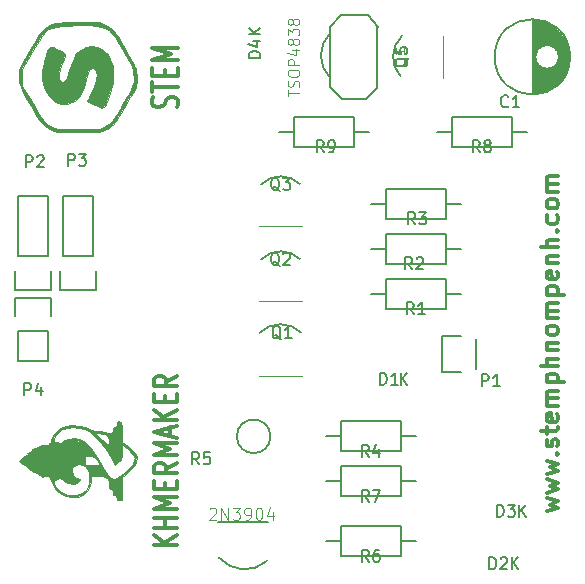
<source format=gto>
G04 #@! TF.FileFunction,Legend,Top*
%FSLAX46Y46*%
G04 Gerber Fmt 4.6, Leading zero omitted, Abs format (unit mm)*
G04 Created by KiCad (PCBNEW 4.0.4-stable) date 01/16/17 16:57:48*
%MOMM*%
%LPD*%
G01*
G04 APERTURE LIST*
%ADD10C,0.100000*%
%ADD11C,0.300000*%
%ADD12C,0.150000*%
%ADD13C,0.120000*%
%ADD14C,0.127000*%
%ADD15C,0.010000*%
%ADD16C,0.050000*%
G04 APERTURE END LIST*
D10*
D11*
X120904762Y-122142857D02*
X118904762Y-122142857D01*
X120904762Y-121285714D02*
X119761905Y-121928571D01*
X118904762Y-121285714D02*
X120047619Y-122142857D01*
X120904762Y-120642857D02*
X118904762Y-120642857D01*
X119857143Y-120642857D02*
X119857143Y-119785714D01*
X120904762Y-119785714D02*
X118904762Y-119785714D01*
X120904762Y-119071428D02*
X118904762Y-119071428D01*
X120333333Y-118571428D01*
X118904762Y-118071428D01*
X120904762Y-118071428D01*
X119857143Y-117357142D02*
X119857143Y-116857142D01*
X120904762Y-116642856D02*
X120904762Y-117357142D01*
X118904762Y-117357142D01*
X118904762Y-116642856D01*
X120904762Y-115142856D02*
X119952381Y-115642856D01*
X120904762Y-115999999D02*
X118904762Y-115999999D01*
X118904762Y-115428571D01*
X119000000Y-115285713D01*
X119095238Y-115214285D01*
X119285714Y-115142856D01*
X119571429Y-115142856D01*
X119761905Y-115214285D01*
X119857143Y-115285713D01*
X119952381Y-115428571D01*
X119952381Y-115999999D01*
X120904762Y-114499999D02*
X118904762Y-114499999D01*
X120333333Y-113999999D01*
X118904762Y-113499999D01*
X120904762Y-113499999D01*
X120333333Y-112857142D02*
X120333333Y-112142856D01*
X120904762Y-112999999D02*
X118904762Y-112499999D01*
X120904762Y-111999999D01*
X120904762Y-111499999D02*
X118904762Y-111499999D01*
X120904762Y-110642856D02*
X119761905Y-111285713D01*
X118904762Y-110642856D02*
X120047619Y-111499999D01*
X119857143Y-109999999D02*
X119857143Y-109499999D01*
X120904762Y-109285713D02*
X120904762Y-109999999D01*
X118904762Y-109999999D01*
X118904762Y-109285713D01*
X120904762Y-107785713D02*
X119952381Y-108285713D01*
X120904762Y-108642856D02*
X118904762Y-108642856D01*
X118904762Y-108071428D01*
X119000000Y-107928570D01*
X119095238Y-107857142D01*
X119285714Y-107785713D01*
X119571429Y-107785713D01*
X119761905Y-107857142D01*
X119857143Y-107928570D01*
X119952381Y-108071428D01*
X119952381Y-108642856D01*
X120910714Y-85035714D02*
X121017857Y-84821428D01*
X121017857Y-84464285D01*
X120910714Y-84321428D01*
X120803571Y-84249999D01*
X120589286Y-84178571D01*
X120375000Y-84178571D01*
X120160714Y-84249999D01*
X120053571Y-84321428D01*
X119946429Y-84464285D01*
X119839286Y-84749999D01*
X119732143Y-84892857D01*
X119625000Y-84964285D01*
X119410714Y-85035714D01*
X119196429Y-85035714D01*
X118982143Y-84964285D01*
X118875000Y-84892857D01*
X118767857Y-84749999D01*
X118767857Y-84392857D01*
X118875000Y-84178571D01*
X118767857Y-83750000D02*
X118767857Y-82892857D01*
X121017857Y-83321428D02*
X118767857Y-83321428D01*
X119839286Y-82392857D02*
X119839286Y-81892857D01*
X121017857Y-81678571D02*
X121017857Y-82392857D01*
X118767857Y-82392857D01*
X118767857Y-81678571D01*
X121017857Y-81035714D02*
X118767857Y-81035714D01*
X120375000Y-80535714D01*
X118767857Y-80035714D01*
X121017857Y-80035714D01*
X152178571Y-119250001D02*
X153178571Y-118964287D01*
X152464286Y-118678573D01*
X153178571Y-118392858D01*
X152178571Y-118107144D01*
X152178571Y-117678572D02*
X153178571Y-117392858D01*
X152464286Y-117107144D01*
X153178571Y-116821429D01*
X152178571Y-116535715D01*
X152178571Y-116107143D02*
X153178571Y-115821429D01*
X152464286Y-115535715D01*
X153178571Y-115250000D01*
X152178571Y-114964286D01*
X153035714Y-114392857D02*
X153107143Y-114321429D01*
X153178571Y-114392857D01*
X153107143Y-114464286D01*
X153035714Y-114392857D01*
X153178571Y-114392857D01*
X153107143Y-113750000D02*
X153178571Y-113607143D01*
X153178571Y-113321428D01*
X153107143Y-113178571D01*
X152964286Y-113107143D01*
X152892857Y-113107143D01*
X152750000Y-113178571D01*
X152678571Y-113321428D01*
X152678571Y-113535714D01*
X152607143Y-113678571D01*
X152464286Y-113750000D01*
X152392857Y-113750000D01*
X152250000Y-113678571D01*
X152178571Y-113535714D01*
X152178571Y-113321428D01*
X152250000Y-113178571D01*
X152178571Y-112678571D02*
X152178571Y-112107142D01*
X151678571Y-112464285D02*
X152964286Y-112464285D01*
X153107143Y-112392857D01*
X153178571Y-112249999D01*
X153178571Y-112107142D01*
X153107143Y-111035714D02*
X153178571Y-111178571D01*
X153178571Y-111464285D01*
X153107143Y-111607142D01*
X152964286Y-111678571D01*
X152392857Y-111678571D01*
X152250000Y-111607142D01*
X152178571Y-111464285D01*
X152178571Y-111178571D01*
X152250000Y-111035714D01*
X152392857Y-110964285D01*
X152535714Y-110964285D01*
X152678571Y-111678571D01*
X153178571Y-110321428D02*
X152178571Y-110321428D01*
X152321429Y-110321428D02*
X152250000Y-110250000D01*
X152178571Y-110107142D01*
X152178571Y-109892857D01*
X152250000Y-109750000D01*
X152392857Y-109678571D01*
X153178571Y-109678571D01*
X152392857Y-109678571D02*
X152250000Y-109607142D01*
X152178571Y-109464285D01*
X152178571Y-109250000D01*
X152250000Y-109107142D01*
X152392857Y-109035714D01*
X153178571Y-109035714D01*
X152178571Y-108321428D02*
X153678571Y-108321428D01*
X152250000Y-108321428D02*
X152178571Y-108178571D01*
X152178571Y-107892857D01*
X152250000Y-107750000D01*
X152321429Y-107678571D01*
X152464286Y-107607142D01*
X152892857Y-107607142D01*
X153035714Y-107678571D01*
X153107143Y-107750000D01*
X153178571Y-107892857D01*
X153178571Y-108178571D01*
X153107143Y-108321428D01*
X153178571Y-106964285D02*
X151678571Y-106964285D01*
X153178571Y-106321428D02*
X152392857Y-106321428D01*
X152250000Y-106392857D01*
X152178571Y-106535714D01*
X152178571Y-106749999D01*
X152250000Y-106892857D01*
X152321429Y-106964285D01*
X152178571Y-105607142D02*
X153178571Y-105607142D01*
X152321429Y-105607142D02*
X152250000Y-105535714D01*
X152178571Y-105392856D01*
X152178571Y-105178571D01*
X152250000Y-105035714D01*
X152392857Y-104964285D01*
X153178571Y-104964285D01*
X153178571Y-104035713D02*
X153107143Y-104178571D01*
X153035714Y-104249999D01*
X152892857Y-104321428D01*
X152464286Y-104321428D01*
X152321429Y-104249999D01*
X152250000Y-104178571D01*
X152178571Y-104035713D01*
X152178571Y-103821428D01*
X152250000Y-103678571D01*
X152321429Y-103607142D01*
X152464286Y-103535713D01*
X152892857Y-103535713D01*
X153035714Y-103607142D01*
X153107143Y-103678571D01*
X153178571Y-103821428D01*
X153178571Y-104035713D01*
X153178571Y-102892856D02*
X152178571Y-102892856D01*
X152321429Y-102892856D02*
X152250000Y-102821428D01*
X152178571Y-102678570D01*
X152178571Y-102464285D01*
X152250000Y-102321428D01*
X152392857Y-102249999D01*
X153178571Y-102249999D01*
X152392857Y-102249999D02*
X152250000Y-102178570D01*
X152178571Y-102035713D01*
X152178571Y-101821428D01*
X152250000Y-101678570D01*
X152392857Y-101607142D01*
X153178571Y-101607142D01*
X152178571Y-100892856D02*
X153678571Y-100892856D01*
X152250000Y-100892856D02*
X152178571Y-100749999D01*
X152178571Y-100464285D01*
X152250000Y-100321428D01*
X152321429Y-100249999D01*
X152464286Y-100178570D01*
X152892857Y-100178570D01*
X153035714Y-100249999D01*
X153107143Y-100321428D01*
X153178571Y-100464285D01*
X153178571Y-100749999D01*
X153107143Y-100892856D01*
X153107143Y-98964285D02*
X153178571Y-99107142D01*
X153178571Y-99392856D01*
X153107143Y-99535713D01*
X152964286Y-99607142D01*
X152392857Y-99607142D01*
X152250000Y-99535713D01*
X152178571Y-99392856D01*
X152178571Y-99107142D01*
X152250000Y-98964285D01*
X152392857Y-98892856D01*
X152535714Y-98892856D01*
X152678571Y-99607142D01*
X152178571Y-98249999D02*
X153178571Y-98249999D01*
X152321429Y-98249999D02*
X152250000Y-98178571D01*
X152178571Y-98035713D01*
X152178571Y-97821428D01*
X152250000Y-97678571D01*
X152392857Y-97607142D01*
X153178571Y-97607142D01*
X153178571Y-96892856D02*
X151678571Y-96892856D01*
X153178571Y-96249999D02*
X152392857Y-96249999D01*
X152250000Y-96321428D01*
X152178571Y-96464285D01*
X152178571Y-96678570D01*
X152250000Y-96821428D01*
X152321429Y-96892856D01*
X153035714Y-95535713D02*
X153107143Y-95464285D01*
X153178571Y-95535713D01*
X153107143Y-95607142D01*
X153035714Y-95535713D01*
X153178571Y-95535713D01*
X153107143Y-94178570D02*
X153178571Y-94321427D01*
X153178571Y-94607141D01*
X153107143Y-94749999D01*
X153035714Y-94821427D01*
X152892857Y-94892856D01*
X152464286Y-94892856D01*
X152321429Y-94821427D01*
X152250000Y-94749999D01*
X152178571Y-94607141D01*
X152178571Y-94321427D01*
X152250000Y-94178570D01*
X153178571Y-93321427D02*
X153107143Y-93464285D01*
X153035714Y-93535713D01*
X152892857Y-93607142D01*
X152464286Y-93607142D01*
X152321429Y-93535713D01*
X152250000Y-93464285D01*
X152178571Y-93321427D01*
X152178571Y-93107142D01*
X152250000Y-92964285D01*
X152321429Y-92892856D01*
X152464286Y-92821427D01*
X152892857Y-92821427D01*
X153035714Y-92892856D01*
X153107143Y-92964285D01*
X153178571Y-93107142D01*
X153178571Y-93321427D01*
X153178571Y-92178570D02*
X152178571Y-92178570D01*
X152321429Y-92178570D02*
X152250000Y-92107142D01*
X152178571Y-91964284D01*
X152178571Y-91749999D01*
X152250000Y-91607142D01*
X152392857Y-91535713D01*
X153178571Y-91535713D01*
X152392857Y-91535713D02*
X152250000Y-91464284D01*
X152178571Y-91321427D01*
X152178571Y-91107142D01*
X152250000Y-90964284D01*
X152392857Y-90892856D01*
X153178571Y-90892856D01*
D12*
X139954000Y-78994000D02*
G75*
G03X139827000Y-82423000I1651000J-1778000D01*
G01*
D13*
X143455000Y-82572000D02*
X143455000Y-78972000D01*
D12*
X133858000Y-78232000D02*
X134747000Y-77216000D01*
X134747000Y-77216000D02*
X137033000Y-77216000D01*
X137033000Y-77216000D02*
X137922000Y-78232000D01*
X137922000Y-83312000D02*
X136906000Y-84328000D01*
X136906000Y-84328000D02*
X134874000Y-84328000D01*
X134874000Y-84328000D02*
X133858000Y-83312000D01*
X133858000Y-78740000D02*
G75*
G03X133858000Y-82550000I1905000J-1905000D01*
G01*
D14*
X137863400Y-78270800D02*
X137863400Y-83270800D01*
X133863400Y-83270800D02*
X133863400Y-82770800D01*
X133863400Y-82770800D02*
X133863400Y-78770800D01*
X133863400Y-78770800D02*
X133863400Y-78270800D01*
D12*
X131318000Y-91567000D02*
G75*
G03X128016000Y-91567000I-1651000J-1651000D01*
G01*
D13*
X127867000Y-95068000D02*
X131467000Y-95068000D01*
D12*
X131318000Y-97917000D02*
G75*
G03X128016000Y-97917000I-1651000J-1651000D01*
G01*
D13*
X127867000Y-101418000D02*
X131467000Y-101418000D01*
D12*
X131445000Y-104140000D02*
G75*
G03X127889000Y-104140000I-1778000J-1778000D01*
G01*
D13*
X127867000Y-107768000D02*
X131467000Y-107768000D01*
D12*
X124460000Y-123190000D02*
G75*
G03X128524000Y-123444000I2159000J1905000D01*
G01*
D14*
X128587000Y-120142000D02*
X124397000Y-120142000D01*
D12*
X128800903Y-112903000D02*
G75*
G03X128800903Y-112903000I-1419903J0D01*
G01*
X151058000Y-77623000D02*
X151058000Y-83921000D01*
X151198000Y-77629000D02*
X151198000Y-83915000D01*
X151338000Y-77642000D02*
X151338000Y-80326000D01*
X151338000Y-81218000D02*
X151338000Y-83902000D01*
X151478000Y-77661000D02*
X151478000Y-80116000D01*
X151478000Y-81428000D02*
X151478000Y-83883000D01*
X151618000Y-77687000D02*
X151618000Y-79983000D01*
X151618000Y-81561000D02*
X151618000Y-83857000D01*
X151758000Y-77719000D02*
X151758000Y-79892000D01*
X151758000Y-81652000D02*
X151758000Y-83825000D01*
X151898000Y-77758000D02*
X151898000Y-79830000D01*
X151898000Y-81714000D02*
X151898000Y-83786000D01*
X152038000Y-77804000D02*
X152038000Y-79791000D01*
X152038000Y-81753000D02*
X152038000Y-83740000D01*
X152178000Y-77857000D02*
X152178000Y-79774000D01*
X152178000Y-81770000D02*
X152178000Y-83687000D01*
X152318000Y-77919000D02*
X152318000Y-79776000D01*
X152318000Y-81768000D02*
X152318000Y-83625000D01*
X152458000Y-77989000D02*
X152458000Y-79798000D01*
X152458000Y-81746000D02*
X152458000Y-83555000D01*
X152598000Y-78068000D02*
X152598000Y-79841000D01*
X152598000Y-81703000D02*
X152598000Y-83476000D01*
X152738000Y-78156000D02*
X152738000Y-79909000D01*
X152738000Y-81635000D02*
X152738000Y-83388000D01*
X152878000Y-78256000D02*
X152878000Y-80008000D01*
X152878000Y-81536000D02*
X152878000Y-83288000D01*
X153018000Y-78368000D02*
X153018000Y-80153000D01*
X153018000Y-81391000D02*
X153018000Y-83176000D01*
X153158000Y-78493000D02*
X153158000Y-80392000D01*
X153158000Y-81152000D02*
X153158000Y-83051000D01*
X153298000Y-78636000D02*
X153298000Y-82908000D01*
X153438000Y-78798000D02*
X153438000Y-82746000D01*
X153578000Y-78986000D02*
X153578000Y-82558000D01*
X153718000Y-79209000D02*
X153718000Y-82335000D01*
X153858000Y-79485000D02*
X153858000Y-82059000D01*
X153998000Y-79860000D02*
X153998000Y-81684000D01*
X153233000Y-80772000D02*
G75*
G03X153233000Y-80772000I-1000000J0D01*
G01*
X154170500Y-80772000D02*
G75*
G03X154170500Y-80772000I-3187500J0D01*
G01*
X146177000Y-107188000D02*
X146177000Y-104648000D01*
X143357000Y-104368000D02*
X144907000Y-104368000D01*
X143357000Y-104368000D02*
X143357000Y-107468000D01*
X143357000Y-107468000D02*
X144907000Y-107468000D01*
X107162000Y-98933000D02*
X107162000Y-100483000D01*
X107162000Y-100483000D02*
X110262000Y-100483000D01*
X110262000Y-100483000D02*
X110262000Y-98933000D01*
X107442000Y-97663000D02*
X107442000Y-92583000D01*
X107442000Y-92583000D02*
X109982000Y-92583000D01*
X109982000Y-92583000D02*
X109982000Y-97663000D01*
X109982000Y-97663000D02*
X107442000Y-97663000D01*
X110972000Y-98933000D02*
X110972000Y-100483000D01*
X110972000Y-100483000D02*
X114072000Y-100483000D01*
X114072000Y-100483000D02*
X114072000Y-98933000D01*
X111252000Y-97663000D02*
X111252000Y-92583000D01*
X111252000Y-92583000D02*
X113792000Y-92583000D01*
X113792000Y-92583000D02*
X113792000Y-97663000D01*
X113792000Y-97663000D02*
X111252000Y-97663000D01*
X107162000Y-101193000D02*
X107162000Y-102743000D01*
X107442000Y-106553000D02*
X107442000Y-104013000D01*
X107442000Y-104013000D02*
X109982000Y-104013000D01*
X110262000Y-102743000D02*
X110262000Y-101193000D01*
X110262000Y-101193000D02*
X107162000Y-101193000D01*
X109982000Y-104013000D02*
X109982000Y-106553000D01*
X109982000Y-106553000D02*
X107442000Y-106553000D01*
X143637000Y-102108000D02*
X138557000Y-102108000D01*
X138557000Y-102108000D02*
X138557000Y-99568000D01*
X138557000Y-99568000D02*
X143637000Y-99568000D01*
X143637000Y-99568000D02*
X143637000Y-102108000D01*
X143637000Y-100838000D02*
X144907000Y-100838000D01*
X138557000Y-100838000D02*
X137287000Y-100838000D01*
X143637000Y-98298000D02*
X138557000Y-98298000D01*
X138557000Y-98298000D02*
X138557000Y-95758000D01*
X138557000Y-95758000D02*
X143637000Y-95758000D01*
X143637000Y-95758000D02*
X143637000Y-98298000D01*
X143637000Y-97028000D02*
X144907000Y-97028000D01*
X138557000Y-97028000D02*
X137287000Y-97028000D01*
X138557000Y-91948000D02*
X143637000Y-91948000D01*
X143637000Y-91948000D02*
X143637000Y-94488000D01*
X143637000Y-94488000D02*
X138557000Y-94488000D01*
X138557000Y-94488000D02*
X138557000Y-91948000D01*
X138557000Y-93218000D02*
X137287000Y-93218000D01*
X143637000Y-93218000D02*
X144907000Y-93218000D01*
X139827000Y-114173000D02*
X134747000Y-114173000D01*
X134747000Y-114173000D02*
X134747000Y-111633000D01*
X134747000Y-111633000D02*
X139827000Y-111633000D01*
X139827000Y-111633000D02*
X139827000Y-114173000D01*
X139827000Y-112903000D02*
X141097000Y-112903000D01*
X134747000Y-112903000D02*
X133477000Y-112903000D01*
X139827000Y-123063000D02*
X134747000Y-123063000D01*
X134747000Y-123063000D02*
X134747000Y-120523000D01*
X134747000Y-120523000D02*
X139827000Y-120523000D01*
X139827000Y-120523000D02*
X139827000Y-123063000D01*
X139827000Y-121793000D02*
X141097000Y-121793000D01*
X134747000Y-121793000D02*
X133477000Y-121793000D01*
X139827000Y-117983000D02*
X134747000Y-117983000D01*
X134747000Y-117983000D02*
X134747000Y-115443000D01*
X134747000Y-115443000D02*
X139827000Y-115443000D01*
X139827000Y-115443000D02*
X139827000Y-117983000D01*
X139827000Y-116713000D02*
X141097000Y-116713000D01*
X134747000Y-116713000D02*
X133477000Y-116713000D01*
X149225000Y-88392000D02*
X144145000Y-88392000D01*
X144145000Y-88392000D02*
X144145000Y-85852000D01*
X144145000Y-85852000D02*
X149225000Y-85852000D01*
X149225000Y-85852000D02*
X149225000Y-88392000D01*
X149225000Y-87122000D02*
X150495000Y-87122000D01*
X144145000Y-87122000D02*
X142875000Y-87122000D01*
X130810000Y-85852000D02*
X135890000Y-85852000D01*
X135890000Y-85852000D02*
X135890000Y-88392000D01*
X135890000Y-88392000D02*
X130810000Y-88392000D01*
X130810000Y-88392000D02*
X130810000Y-85852000D01*
X130810000Y-87122000D02*
X129540000Y-87122000D01*
X135890000Y-87122000D02*
X137160000Y-87122000D01*
D15*
G36*
X107514133Y-82174439D02*
X107553644Y-81934312D01*
X107639863Y-81685354D01*
X107789457Y-81370844D01*
X107872386Y-81210905D01*
X108204026Y-80596782D01*
X108535278Y-80015879D01*
X108852406Y-79489956D01*
X109141670Y-79040773D01*
X109389335Y-78690093D01*
X109581664Y-78459676D01*
X109645939Y-78401448D01*
X109883152Y-78228516D01*
X110102209Y-78095663D01*
X110330142Y-77997621D01*
X110593979Y-77929123D01*
X110920750Y-77884902D01*
X111337486Y-77859688D01*
X111871215Y-77848217D01*
X112500000Y-77845259D01*
X114320333Y-77843467D01*
X114828333Y-78086766D01*
X115133541Y-78254168D01*
X115407157Y-78440271D01*
X115558623Y-78573533D01*
X115680959Y-78736316D01*
X115865381Y-79017169D01*
X116093800Y-79385009D01*
X116348127Y-79808756D01*
X116610275Y-80257327D01*
X116862154Y-80699641D01*
X117085678Y-81104617D01*
X117262758Y-81441173D01*
X117375304Y-81678227D01*
X117395251Y-81729467D01*
X117459018Y-82036335D01*
X117484815Y-82431285D01*
X117472832Y-82840276D01*
X117423257Y-83189267D01*
X117391236Y-83300239D01*
X117300155Y-83501791D01*
X117138900Y-83810802D01*
X116925594Y-84196592D01*
X116678358Y-84628482D01*
X116415314Y-85075791D01*
X116154583Y-85507839D01*
X115914286Y-85893946D01*
X115712546Y-86203433D01*
X115567484Y-86405619D01*
X115533647Y-86445156D01*
X115303649Y-86644367D01*
X115011364Y-86842063D01*
X114887835Y-86910822D01*
X114750262Y-86977226D01*
X114614672Y-87027839D01*
X114455680Y-87065207D01*
X114247898Y-87091876D01*
X113965939Y-87110390D01*
X113584416Y-87123297D01*
X113077944Y-87133142D01*
X112602170Y-87140029D01*
X112522990Y-87141024D01*
X112522990Y-86902667D01*
X113122616Y-86901966D01*
X113579295Y-86898192D01*
X113919409Y-86888838D01*
X114169343Y-86871398D01*
X114355481Y-86843364D01*
X114504208Y-86802230D01*
X114641907Y-86745488D01*
X114755004Y-86690589D01*
X114963746Y-86580743D01*
X115138075Y-86467494D01*
X115296275Y-86328373D01*
X115456634Y-86140914D01*
X115637437Y-85882650D01*
X115856969Y-85531112D01*
X116133518Y-85063833D01*
X116270676Y-84828333D01*
X116582223Y-84291307D01*
X116818997Y-83875757D01*
X116990901Y-83556517D01*
X117107833Y-83308418D01*
X117179694Y-83106292D01*
X117216383Y-82924973D01*
X117227801Y-82739292D01*
X117223847Y-82524082D01*
X117219855Y-82415333D01*
X117209870Y-82194487D01*
X117190743Y-82010479D01*
X117151141Y-81835693D01*
X117079734Y-81642512D01*
X116965189Y-81403322D01*
X116796175Y-81090505D01*
X116561360Y-80676446D01*
X116368689Y-80341000D01*
X116000967Y-79708465D01*
X115688526Y-79206509D01*
X115405122Y-78820360D01*
X115124512Y-78535247D01*
X114820453Y-78336398D01*
X114466703Y-78209041D01*
X114037018Y-78138405D01*
X113505155Y-78109718D01*
X112844871Y-78108208D01*
X112411698Y-78113692D01*
X111705218Y-78125896D01*
X111136815Y-78150398D01*
X110680638Y-78202671D01*
X110310835Y-78298187D01*
X110001555Y-78452417D01*
X109726946Y-78680833D01*
X109461157Y-78998908D01*
X109178337Y-79422111D01*
X108852634Y-79965917D01*
X108605545Y-80391635D01*
X107801423Y-81780333D01*
X107801211Y-82500000D01*
X107801000Y-83219666D01*
X108672309Y-84715102D01*
X109035133Y-85332680D01*
X109340736Y-85821488D01*
X109615621Y-86196580D01*
X109886291Y-86473014D01*
X110179246Y-86665843D01*
X110520989Y-86790125D01*
X110938023Y-86860916D01*
X111456848Y-86893269D01*
X112103967Y-86902242D01*
X112522990Y-86902667D01*
X112522990Y-87141024D01*
X111987732Y-87147754D01*
X111516851Y-87150706D01*
X111163774Y-87146928D01*
X110902747Y-87134462D01*
X110708018Y-87111352D01*
X110553833Y-87075638D01*
X110414439Y-87025365D01*
X110273836Y-86963062D01*
X109985085Y-86817644D01*
X109739475Y-86657261D01*
X109516264Y-86458193D01*
X109294709Y-86196721D01*
X109054067Y-85849125D01*
X108773596Y-85391688D01*
X108525628Y-84964010D01*
X108203644Y-84397721D01*
X107957368Y-83952706D01*
X107776712Y-83604249D01*
X107651589Y-83327633D01*
X107571911Y-83098142D01*
X107527592Y-82891061D01*
X107508544Y-82681674D01*
X107504667Y-82462458D01*
X107514133Y-82174439D01*
X107514133Y-82174439D01*
G37*
X107514133Y-82174439D02*
X107553644Y-81934312D01*
X107639863Y-81685354D01*
X107789457Y-81370844D01*
X107872386Y-81210905D01*
X108204026Y-80596782D01*
X108535278Y-80015879D01*
X108852406Y-79489956D01*
X109141670Y-79040773D01*
X109389335Y-78690093D01*
X109581664Y-78459676D01*
X109645939Y-78401448D01*
X109883152Y-78228516D01*
X110102209Y-78095663D01*
X110330142Y-77997621D01*
X110593979Y-77929123D01*
X110920750Y-77884902D01*
X111337486Y-77859688D01*
X111871215Y-77848217D01*
X112500000Y-77845259D01*
X114320333Y-77843467D01*
X114828333Y-78086766D01*
X115133541Y-78254168D01*
X115407157Y-78440271D01*
X115558623Y-78573533D01*
X115680959Y-78736316D01*
X115865381Y-79017169D01*
X116093800Y-79385009D01*
X116348127Y-79808756D01*
X116610275Y-80257327D01*
X116862154Y-80699641D01*
X117085678Y-81104617D01*
X117262758Y-81441173D01*
X117375304Y-81678227D01*
X117395251Y-81729467D01*
X117459018Y-82036335D01*
X117484815Y-82431285D01*
X117472832Y-82840276D01*
X117423257Y-83189267D01*
X117391236Y-83300239D01*
X117300155Y-83501791D01*
X117138900Y-83810802D01*
X116925594Y-84196592D01*
X116678358Y-84628482D01*
X116415314Y-85075791D01*
X116154583Y-85507839D01*
X115914286Y-85893946D01*
X115712546Y-86203433D01*
X115567484Y-86405619D01*
X115533647Y-86445156D01*
X115303649Y-86644367D01*
X115011364Y-86842063D01*
X114887835Y-86910822D01*
X114750262Y-86977226D01*
X114614672Y-87027839D01*
X114455680Y-87065207D01*
X114247898Y-87091876D01*
X113965939Y-87110390D01*
X113584416Y-87123297D01*
X113077944Y-87133142D01*
X112602170Y-87140029D01*
X112522990Y-87141024D01*
X112522990Y-86902667D01*
X113122616Y-86901966D01*
X113579295Y-86898192D01*
X113919409Y-86888838D01*
X114169343Y-86871398D01*
X114355481Y-86843364D01*
X114504208Y-86802230D01*
X114641907Y-86745488D01*
X114755004Y-86690589D01*
X114963746Y-86580743D01*
X115138075Y-86467494D01*
X115296275Y-86328373D01*
X115456634Y-86140914D01*
X115637437Y-85882650D01*
X115856969Y-85531112D01*
X116133518Y-85063833D01*
X116270676Y-84828333D01*
X116582223Y-84291307D01*
X116818997Y-83875757D01*
X116990901Y-83556517D01*
X117107833Y-83308418D01*
X117179694Y-83106292D01*
X117216383Y-82924973D01*
X117227801Y-82739292D01*
X117223847Y-82524082D01*
X117219855Y-82415333D01*
X117209870Y-82194487D01*
X117190743Y-82010479D01*
X117151141Y-81835693D01*
X117079734Y-81642512D01*
X116965189Y-81403322D01*
X116796175Y-81090505D01*
X116561360Y-80676446D01*
X116368689Y-80341000D01*
X116000967Y-79708465D01*
X115688526Y-79206509D01*
X115405122Y-78820360D01*
X115124512Y-78535247D01*
X114820453Y-78336398D01*
X114466703Y-78209041D01*
X114037018Y-78138405D01*
X113505155Y-78109718D01*
X112844871Y-78108208D01*
X112411698Y-78113692D01*
X111705218Y-78125896D01*
X111136815Y-78150398D01*
X110680638Y-78202671D01*
X110310835Y-78298187D01*
X110001555Y-78452417D01*
X109726946Y-78680833D01*
X109461157Y-78998908D01*
X109178337Y-79422111D01*
X108852634Y-79965917D01*
X108605545Y-80391635D01*
X107801423Y-81780333D01*
X107801211Y-82500000D01*
X107801000Y-83219666D01*
X108672309Y-84715102D01*
X109035133Y-85332680D01*
X109340736Y-85821488D01*
X109615621Y-86196580D01*
X109886291Y-86473014D01*
X110179246Y-86665843D01*
X110520989Y-86790125D01*
X110938023Y-86860916D01*
X111456848Y-86893269D01*
X112103967Y-86902242D01*
X112522990Y-86902667D01*
X112522990Y-87141024D01*
X111987732Y-87147754D01*
X111516851Y-87150706D01*
X111163774Y-87146928D01*
X110902747Y-87134462D01*
X110708018Y-87111352D01*
X110553833Y-87075638D01*
X110414439Y-87025365D01*
X110273836Y-86963062D01*
X109985085Y-86817644D01*
X109739475Y-86657261D01*
X109516264Y-86458193D01*
X109294709Y-86196721D01*
X109054067Y-85849125D01*
X108773596Y-85391688D01*
X108525628Y-84964010D01*
X108203644Y-84397721D01*
X107957368Y-83952706D01*
X107776712Y-83604249D01*
X107651589Y-83327633D01*
X107571911Y-83098142D01*
X107527592Y-82891061D01*
X107508544Y-82681674D01*
X107504667Y-82462458D01*
X107514133Y-82174439D01*
G36*
X109538455Y-81683866D02*
X109636068Y-81178781D01*
X109766409Y-80701439D01*
X109914646Y-80298556D01*
X110065946Y-80016844D01*
X110069158Y-80012415D01*
X110132512Y-79945092D01*
X110216777Y-79924600D01*
X110357195Y-79957922D01*
X110589011Y-80052043D01*
X110841048Y-80165363D01*
X111149286Y-80305503D01*
X111341680Y-80414105D01*
X111430029Y-80529415D01*
X111426136Y-80689679D01*
X111341800Y-80933144D01*
X111189817Y-81295684D01*
X111018778Y-81776308D01*
X110925972Y-82199449D01*
X110911369Y-82543950D01*
X110974941Y-82788658D01*
X111116660Y-82912417D01*
X111191986Y-82923333D01*
X111317363Y-82887662D01*
X111435989Y-82767118D01*
X111559041Y-82541399D01*
X111697696Y-82190209D01*
X111854812Y-81719471D01*
X111996607Y-81308985D01*
X112146697Y-80933646D01*
X112285871Y-80638588D01*
X112379470Y-80486820D01*
X112738260Y-80160428D01*
X113170784Y-79959104D01*
X113641035Y-79882864D01*
X114113006Y-79931721D01*
X114550690Y-80105690D01*
X114918081Y-80404785D01*
X114984668Y-80485765D01*
X115255479Y-80964687D01*
X115433967Y-81548686D01*
X115513716Y-82196913D01*
X115488310Y-82868521D01*
X115420765Y-83262000D01*
X115257874Y-83856636D01*
X115059619Y-84378332D01*
X114842364Y-84786508D01*
X114759448Y-84901883D01*
X114566326Y-85144081D01*
X113935329Y-84828116D01*
X113643905Y-84681247D01*
X113417831Y-84565537D01*
X113293980Y-84499926D01*
X113281718Y-84492404D01*
X113310516Y-84416105D01*
X113407633Y-84234316D01*
X113552399Y-83985616D01*
X113559888Y-83973163D01*
X113869863Y-83358556D01*
X114056327Y-82760718D01*
X114108667Y-82289899D01*
X114069163Y-81973968D01*
X113943769Y-81794896D01*
X113722155Y-81738002D01*
X113720380Y-81738000D01*
X113553983Y-81809210D01*
X113399791Y-82028454D01*
X113252884Y-82404151D01*
X113176362Y-82669333D01*
X112989406Y-83302465D01*
X112797508Y-83789559D01*
X112587188Y-84153695D01*
X112344960Y-84417953D01*
X112057343Y-84605412D01*
X112040484Y-84613689D01*
X111552919Y-84761197D01*
X111056467Y-84748615D01*
X110580038Y-84580912D01*
X110185079Y-84294675D01*
X109850783Y-83864768D01*
X109621607Y-83321624D01*
X109503498Y-82689263D01*
X109502407Y-81991704D01*
X109538455Y-81683866D01*
X109538455Y-81683866D01*
G37*
X109538455Y-81683866D02*
X109636068Y-81178781D01*
X109766409Y-80701439D01*
X109914646Y-80298556D01*
X110065946Y-80016844D01*
X110069158Y-80012415D01*
X110132512Y-79945092D01*
X110216777Y-79924600D01*
X110357195Y-79957922D01*
X110589011Y-80052043D01*
X110841048Y-80165363D01*
X111149286Y-80305503D01*
X111341680Y-80414105D01*
X111430029Y-80529415D01*
X111426136Y-80689679D01*
X111341800Y-80933144D01*
X111189817Y-81295684D01*
X111018778Y-81776308D01*
X110925972Y-82199449D01*
X110911369Y-82543950D01*
X110974941Y-82788658D01*
X111116660Y-82912417D01*
X111191986Y-82923333D01*
X111317363Y-82887662D01*
X111435989Y-82767118D01*
X111559041Y-82541399D01*
X111697696Y-82190209D01*
X111854812Y-81719471D01*
X111996607Y-81308985D01*
X112146697Y-80933646D01*
X112285871Y-80638588D01*
X112379470Y-80486820D01*
X112738260Y-80160428D01*
X113170784Y-79959104D01*
X113641035Y-79882864D01*
X114113006Y-79931721D01*
X114550690Y-80105690D01*
X114918081Y-80404785D01*
X114984668Y-80485765D01*
X115255479Y-80964687D01*
X115433967Y-81548686D01*
X115513716Y-82196913D01*
X115488310Y-82868521D01*
X115420765Y-83262000D01*
X115257874Y-83856636D01*
X115059619Y-84378332D01*
X114842364Y-84786508D01*
X114759448Y-84901883D01*
X114566326Y-85144081D01*
X113935329Y-84828116D01*
X113643905Y-84681247D01*
X113417831Y-84565537D01*
X113293980Y-84499926D01*
X113281718Y-84492404D01*
X113310516Y-84416105D01*
X113407633Y-84234316D01*
X113552399Y-83985616D01*
X113559888Y-83973163D01*
X113869863Y-83358556D01*
X114056327Y-82760718D01*
X114108667Y-82289899D01*
X114069163Y-81973968D01*
X113943769Y-81794896D01*
X113722155Y-81738002D01*
X113720380Y-81738000D01*
X113553983Y-81809210D01*
X113399791Y-82028454D01*
X113252884Y-82404151D01*
X113176362Y-82669333D01*
X112989406Y-83302465D01*
X112797508Y-83789559D01*
X112587188Y-84153695D01*
X112344960Y-84417953D01*
X112057343Y-84605412D01*
X112040484Y-84613689D01*
X111552919Y-84761197D01*
X111056467Y-84748615D01*
X110580038Y-84580912D01*
X110185079Y-84294675D01*
X109850783Y-83864768D01*
X109621607Y-83321624D01*
X109503498Y-82689263D01*
X109502407Y-81991704D01*
X109538455Y-81683866D01*
G36*
X107573838Y-114863403D02*
X107731218Y-114723511D01*
X107941181Y-114592834D01*
X108151061Y-114506544D01*
X108250339Y-114490704D01*
X108344582Y-114476649D01*
X108280640Y-114418007D01*
X108268327Y-114410152D01*
X108214013Y-114344302D01*
X108291362Y-114273908D01*
X108417904Y-114215302D01*
X108583387Y-114125626D01*
X108640567Y-114051992D01*
X108634965Y-114041855D01*
X108651877Y-113993811D01*
X108723219Y-113984000D01*
X108823699Y-113949498D01*
X108821880Y-113907229D01*
X108849256Y-113864243D01*
X108946060Y-113875340D01*
X109148240Y-113844812D01*
X109278564Y-113734731D01*
X109410196Y-113615573D01*
X109557055Y-113592452D01*
X109742053Y-113632795D01*
X109945308Y-113676415D01*
X110031846Y-113652098D01*
X110044667Y-113596175D01*
X110087522Y-113487883D01*
X110120155Y-113476000D01*
X110192303Y-113403697D01*
X110252308Y-113243167D01*
X110422433Y-112843969D01*
X110707607Y-112475493D01*
X111056974Y-112202369D01*
X111081928Y-112188804D01*
X111520185Y-112037239D01*
X112040080Y-111981190D01*
X112584121Y-112019649D01*
X113094816Y-112151608D01*
X113270439Y-112227167D01*
X113630896Y-112371779D01*
X113968549Y-112451460D01*
X114085294Y-112460000D01*
X114405927Y-112489514D01*
X114729043Y-112561379D01*
X114754188Y-112569458D01*
X115106205Y-112653892D01*
X115335051Y-112628290D01*
X115447987Y-112490604D01*
X115463333Y-112369445D01*
X115491365Y-112186175D01*
X115594802Y-112123252D01*
X115632667Y-112121333D01*
X115755513Y-112082517D01*
X115799782Y-111936952D01*
X115802000Y-111861445D01*
X115820870Y-111681042D01*
X115901856Y-111623347D01*
X115992500Y-111628612D01*
X116079247Y-111651254D01*
X116137155Y-111710710D01*
X116174536Y-111838558D01*
X116199704Y-112066374D01*
X116220972Y-112425737D01*
X116225333Y-112513014D01*
X116267667Y-113370362D01*
X116740152Y-113754812D01*
X117136518Y-114108448D01*
X117384431Y-114416479D01*
X117489732Y-114703071D01*
X117458259Y-114992387D01*
X117295853Y-115308593D01*
X117160286Y-115493328D01*
X116925717Y-115764977D01*
X116675288Y-116017120D01*
X116525286Y-116145980D01*
X116225333Y-116374765D01*
X116225333Y-118302000D01*
X116013667Y-118302000D01*
X115852545Y-118267031D01*
X115802894Y-118129340D01*
X115802000Y-118090333D01*
X115762313Y-117924352D01*
X115632667Y-117878667D01*
X115547772Y-117851328D01*
X115547772Y-116496620D01*
X115811548Y-116436836D01*
X116050684Y-116298080D01*
X116349636Y-116068037D01*
X116662768Y-115787907D01*
X116944442Y-115498892D01*
X117149022Y-115242193D01*
X117168612Y-115211667D01*
X117292798Y-114963698D01*
X117318677Y-114747011D01*
X117235427Y-114527351D01*
X117032226Y-114270466D01*
X116796833Y-114034894D01*
X116267667Y-113530943D01*
X116238235Y-114201972D01*
X116219285Y-114541962D01*
X116187939Y-114760701D01*
X116127631Y-114906221D01*
X116021795Y-115026553D01*
X115924868Y-115110562D01*
X115640933Y-115348124D01*
X115456307Y-114983562D01*
X115140393Y-114432578D01*
X115015941Y-114253340D01*
X115015941Y-113560667D01*
X115101398Y-113490888D01*
X115133609Y-113320848D01*
X115117008Y-113109493D01*
X115056032Y-112915769D01*
X114958747Y-112800494D01*
X114775654Y-112736288D01*
X114507583Y-112678022D01*
X114387247Y-112659948D01*
X113981667Y-112608199D01*
X114444441Y-113084433D01*
X114676833Y-113310133D01*
X114874582Y-113478002D01*
X115001504Y-113557890D01*
X115015941Y-113560667D01*
X115015941Y-114253340D01*
X114759342Y-113883779D01*
X114339521Y-113366995D01*
X113907300Y-112912054D01*
X113489049Y-112548785D01*
X113111135Y-112307016D01*
X113075166Y-112290028D01*
X112627507Y-112156928D01*
X112128893Y-112121570D01*
X111630873Y-112178435D01*
X111184994Y-112322005D01*
X110864256Y-112526729D01*
X110729881Y-112682540D01*
X110599470Y-112886347D01*
X110496601Y-113091315D01*
X110444853Y-113250610D01*
X110466279Y-113317250D01*
X110602746Y-113340323D01*
X110766861Y-113387662D01*
X110886078Y-113427418D01*
X111070271Y-113448287D01*
X111220124Y-113338947D01*
X111243200Y-113311390D01*
X111449382Y-113172250D01*
X111763316Y-113089555D01*
X112131976Y-113066608D01*
X112502336Y-113106714D01*
X112821160Y-113213069D01*
X113187658Y-113461500D01*
X113567751Y-113843039D01*
X113967593Y-114365708D01*
X114393339Y-115037529D01*
X114839513Y-115844308D01*
X115070550Y-116215291D01*
X115300603Y-116429051D01*
X115547772Y-116496620D01*
X115547772Y-117851328D01*
X115508720Y-117838751D01*
X115465080Y-117690234D01*
X115463333Y-117624667D01*
X115436723Y-117438747D01*
X115337711Y-117373287D01*
X115294000Y-117370667D01*
X115191179Y-117347631D01*
X115140678Y-117250473D01*
X115125128Y-117037122D01*
X115124667Y-116960456D01*
X115099322Y-116649571D01*
X115005420Y-116445868D01*
X114816160Y-116328747D01*
X114504739Y-116277611D01*
X114226247Y-116270000D01*
X114046523Y-116270000D01*
X114046523Y-115327246D01*
X114264652Y-115320179D01*
X114361229Y-115301573D01*
X114362667Y-115298360D01*
X114321244Y-115204532D01*
X114216214Y-115021024D01*
X114149938Y-114913651D01*
X114010694Y-114712596D01*
X113880889Y-114613178D01*
X113692934Y-114579805D01*
X113510070Y-114576667D01*
X113082930Y-114576667D01*
X113135000Y-115296333D01*
X113748833Y-115321209D01*
X114046523Y-115327246D01*
X114046523Y-116270000D01*
X113637494Y-116270000D01*
X113620880Y-116651723D01*
X113526845Y-117144128D01*
X113299432Y-117539283D01*
X112950485Y-117827030D01*
X112491845Y-117997212D01*
X112020231Y-118039780D01*
X112020231Y-117868796D01*
X112445455Y-117825873D01*
X112829714Y-117709817D01*
X113129168Y-117528095D01*
X113269871Y-117356698D01*
X113416914Y-116949238D01*
X113472583Y-116486718D01*
X113434449Y-116037116D01*
X113328401Y-115719667D01*
X113109518Y-115447150D01*
X112815713Y-115290954D01*
X112669333Y-115278930D01*
X112669333Y-113384086D01*
X112753609Y-113376346D01*
X112690775Y-113320659D01*
X112669333Y-113306667D01*
X112477101Y-113238402D01*
X112373000Y-113229247D01*
X112252001Y-113237212D01*
X112286579Y-113268735D01*
X112373000Y-113306667D01*
X112570801Y-113369322D01*
X112669333Y-113384086D01*
X112669333Y-115278930D01*
X112492940Y-115264440D01*
X112187156Y-115380972D01*
X112180172Y-115385801D01*
X112029754Y-115579796D01*
X111992294Y-115831291D01*
X112052524Y-116089991D01*
X112195176Y-116305603D01*
X112404982Y-116427832D01*
X112500000Y-116439333D01*
X112637580Y-116474790D01*
X112669333Y-116524000D01*
X112596758Y-116681637D01*
X112419569Y-116831757D01*
X112198567Y-116930634D01*
X112126055Y-116940902D01*
X112126055Y-116775426D01*
X112288229Y-116751539D01*
X112382108Y-116694975D01*
X112364166Y-116636335D01*
X112339148Y-116625605D01*
X112201327Y-116640251D01*
X112101023Y-116684767D01*
X112001407Y-116752928D01*
X112059272Y-116773602D01*
X112126055Y-116775426D01*
X112126055Y-116940902D01*
X112080650Y-116947333D01*
X111724331Y-116886897D01*
X111396065Y-116728757D01*
X111226877Y-116579405D01*
X111123324Y-116485693D01*
X110992338Y-116465420D01*
X110771238Y-116510826D01*
X110740043Y-116519142D01*
X110523581Y-116590818D01*
X110396948Y-116658645D01*
X110383333Y-116680021D01*
X110442120Y-116853447D01*
X110593270Y-117088942D01*
X110798964Y-117340283D01*
X111021385Y-117561249D01*
X111222257Y-117705383D01*
X111597885Y-117831122D01*
X112020231Y-117868796D01*
X112020231Y-118039780D01*
X112000532Y-118041559D01*
X111442979Y-117958674D01*
X110974553Y-117733062D01*
X110602460Y-117369536D01*
X110364239Y-116948465D01*
X110217704Y-116604063D01*
X110113867Y-116388784D01*
X110027851Y-116276484D01*
X109934783Y-116241017D01*
X109809788Y-116256239D01*
X109723960Y-116275497D01*
X109496737Y-116305104D01*
X109367333Y-116257457D01*
X109367333Y-113984000D01*
X109437023Y-113953022D01*
X109423778Y-113927556D01*
X109323298Y-113917423D01*
X109310889Y-113927556D01*
X109322511Y-113977890D01*
X109367333Y-113984000D01*
X109367333Y-116257457D01*
X109350893Y-116251403D01*
X109278037Y-116179995D01*
X109120520Y-116053766D01*
X109003616Y-116016000D01*
X108830243Y-115960835D01*
X108759547Y-115909179D01*
X108602290Y-115798020D01*
X108403892Y-115694343D01*
X108251115Y-115606646D01*
X108208238Y-115538999D01*
X108211118Y-115535326D01*
X108174308Y-115470421D01*
X108023727Y-115361748D01*
X107904559Y-115293367D01*
X107687872Y-115155831D01*
X107547092Y-115025366D01*
X107521705Y-114977336D01*
X107573838Y-114863403D01*
X107573838Y-114863403D01*
G37*
X107573838Y-114863403D02*
X107731218Y-114723511D01*
X107941181Y-114592834D01*
X108151061Y-114506544D01*
X108250339Y-114490704D01*
X108344582Y-114476649D01*
X108280640Y-114418007D01*
X108268327Y-114410152D01*
X108214013Y-114344302D01*
X108291362Y-114273908D01*
X108417904Y-114215302D01*
X108583387Y-114125626D01*
X108640567Y-114051992D01*
X108634965Y-114041855D01*
X108651877Y-113993811D01*
X108723219Y-113984000D01*
X108823699Y-113949498D01*
X108821880Y-113907229D01*
X108849256Y-113864243D01*
X108946060Y-113875340D01*
X109148240Y-113844812D01*
X109278564Y-113734731D01*
X109410196Y-113615573D01*
X109557055Y-113592452D01*
X109742053Y-113632795D01*
X109945308Y-113676415D01*
X110031846Y-113652098D01*
X110044667Y-113596175D01*
X110087522Y-113487883D01*
X110120155Y-113476000D01*
X110192303Y-113403697D01*
X110252308Y-113243167D01*
X110422433Y-112843969D01*
X110707607Y-112475493D01*
X111056974Y-112202369D01*
X111081928Y-112188804D01*
X111520185Y-112037239D01*
X112040080Y-111981190D01*
X112584121Y-112019649D01*
X113094816Y-112151608D01*
X113270439Y-112227167D01*
X113630896Y-112371779D01*
X113968549Y-112451460D01*
X114085294Y-112460000D01*
X114405927Y-112489514D01*
X114729043Y-112561379D01*
X114754188Y-112569458D01*
X115106205Y-112653892D01*
X115335051Y-112628290D01*
X115447987Y-112490604D01*
X115463333Y-112369445D01*
X115491365Y-112186175D01*
X115594802Y-112123252D01*
X115632667Y-112121333D01*
X115755513Y-112082517D01*
X115799782Y-111936952D01*
X115802000Y-111861445D01*
X115820870Y-111681042D01*
X115901856Y-111623347D01*
X115992500Y-111628612D01*
X116079247Y-111651254D01*
X116137155Y-111710710D01*
X116174536Y-111838558D01*
X116199704Y-112066374D01*
X116220972Y-112425737D01*
X116225333Y-112513014D01*
X116267667Y-113370362D01*
X116740152Y-113754812D01*
X117136518Y-114108448D01*
X117384431Y-114416479D01*
X117489732Y-114703071D01*
X117458259Y-114992387D01*
X117295853Y-115308593D01*
X117160286Y-115493328D01*
X116925717Y-115764977D01*
X116675288Y-116017120D01*
X116525286Y-116145980D01*
X116225333Y-116374765D01*
X116225333Y-118302000D01*
X116013667Y-118302000D01*
X115852545Y-118267031D01*
X115802894Y-118129340D01*
X115802000Y-118090333D01*
X115762313Y-117924352D01*
X115632667Y-117878667D01*
X115547772Y-117851328D01*
X115547772Y-116496620D01*
X115811548Y-116436836D01*
X116050684Y-116298080D01*
X116349636Y-116068037D01*
X116662768Y-115787907D01*
X116944442Y-115498892D01*
X117149022Y-115242193D01*
X117168612Y-115211667D01*
X117292798Y-114963698D01*
X117318677Y-114747011D01*
X117235427Y-114527351D01*
X117032226Y-114270466D01*
X116796833Y-114034894D01*
X116267667Y-113530943D01*
X116238235Y-114201972D01*
X116219285Y-114541962D01*
X116187939Y-114760701D01*
X116127631Y-114906221D01*
X116021795Y-115026553D01*
X115924868Y-115110562D01*
X115640933Y-115348124D01*
X115456307Y-114983562D01*
X115140393Y-114432578D01*
X115015941Y-114253340D01*
X115015941Y-113560667D01*
X115101398Y-113490888D01*
X115133609Y-113320848D01*
X115117008Y-113109493D01*
X115056032Y-112915769D01*
X114958747Y-112800494D01*
X114775654Y-112736288D01*
X114507583Y-112678022D01*
X114387247Y-112659948D01*
X113981667Y-112608199D01*
X114444441Y-113084433D01*
X114676833Y-113310133D01*
X114874582Y-113478002D01*
X115001504Y-113557890D01*
X115015941Y-113560667D01*
X115015941Y-114253340D01*
X114759342Y-113883779D01*
X114339521Y-113366995D01*
X113907300Y-112912054D01*
X113489049Y-112548785D01*
X113111135Y-112307016D01*
X113075166Y-112290028D01*
X112627507Y-112156928D01*
X112128893Y-112121570D01*
X111630873Y-112178435D01*
X111184994Y-112322005D01*
X110864256Y-112526729D01*
X110729881Y-112682540D01*
X110599470Y-112886347D01*
X110496601Y-113091315D01*
X110444853Y-113250610D01*
X110466279Y-113317250D01*
X110602746Y-113340323D01*
X110766861Y-113387662D01*
X110886078Y-113427418D01*
X111070271Y-113448287D01*
X111220124Y-113338947D01*
X111243200Y-113311390D01*
X111449382Y-113172250D01*
X111763316Y-113089555D01*
X112131976Y-113066608D01*
X112502336Y-113106714D01*
X112821160Y-113213069D01*
X113187658Y-113461500D01*
X113567751Y-113843039D01*
X113967593Y-114365708D01*
X114393339Y-115037529D01*
X114839513Y-115844308D01*
X115070550Y-116215291D01*
X115300603Y-116429051D01*
X115547772Y-116496620D01*
X115547772Y-117851328D01*
X115508720Y-117838751D01*
X115465080Y-117690234D01*
X115463333Y-117624667D01*
X115436723Y-117438747D01*
X115337711Y-117373287D01*
X115294000Y-117370667D01*
X115191179Y-117347631D01*
X115140678Y-117250473D01*
X115125128Y-117037122D01*
X115124667Y-116960456D01*
X115099322Y-116649571D01*
X115005420Y-116445868D01*
X114816160Y-116328747D01*
X114504739Y-116277611D01*
X114226247Y-116270000D01*
X114046523Y-116270000D01*
X114046523Y-115327246D01*
X114264652Y-115320179D01*
X114361229Y-115301573D01*
X114362667Y-115298360D01*
X114321244Y-115204532D01*
X114216214Y-115021024D01*
X114149938Y-114913651D01*
X114010694Y-114712596D01*
X113880889Y-114613178D01*
X113692934Y-114579805D01*
X113510070Y-114576667D01*
X113082930Y-114576667D01*
X113135000Y-115296333D01*
X113748833Y-115321209D01*
X114046523Y-115327246D01*
X114046523Y-116270000D01*
X113637494Y-116270000D01*
X113620880Y-116651723D01*
X113526845Y-117144128D01*
X113299432Y-117539283D01*
X112950485Y-117827030D01*
X112491845Y-117997212D01*
X112020231Y-118039780D01*
X112020231Y-117868796D01*
X112445455Y-117825873D01*
X112829714Y-117709817D01*
X113129168Y-117528095D01*
X113269871Y-117356698D01*
X113416914Y-116949238D01*
X113472583Y-116486718D01*
X113434449Y-116037116D01*
X113328401Y-115719667D01*
X113109518Y-115447150D01*
X112815713Y-115290954D01*
X112669333Y-115278930D01*
X112669333Y-113384086D01*
X112753609Y-113376346D01*
X112690775Y-113320659D01*
X112669333Y-113306667D01*
X112477101Y-113238402D01*
X112373000Y-113229247D01*
X112252001Y-113237212D01*
X112286579Y-113268735D01*
X112373000Y-113306667D01*
X112570801Y-113369322D01*
X112669333Y-113384086D01*
X112669333Y-115278930D01*
X112492940Y-115264440D01*
X112187156Y-115380972D01*
X112180172Y-115385801D01*
X112029754Y-115579796D01*
X111992294Y-115831291D01*
X112052524Y-116089991D01*
X112195176Y-116305603D01*
X112404982Y-116427832D01*
X112500000Y-116439333D01*
X112637580Y-116474790D01*
X112669333Y-116524000D01*
X112596758Y-116681637D01*
X112419569Y-116831757D01*
X112198567Y-116930634D01*
X112126055Y-116940902D01*
X112126055Y-116775426D01*
X112288229Y-116751539D01*
X112382108Y-116694975D01*
X112364166Y-116636335D01*
X112339148Y-116625605D01*
X112201327Y-116640251D01*
X112101023Y-116684767D01*
X112001407Y-116752928D01*
X112059272Y-116773602D01*
X112126055Y-116775426D01*
X112126055Y-116940902D01*
X112080650Y-116947333D01*
X111724331Y-116886897D01*
X111396065Y-116728757D01*
X111226877Y-116579405D01*
X111123324Y-116485693D01*
X110992338Y-116465420D01*
X110771238Y-116510826D01*
X110740043Y-116519142D01*
X110523581Y-116590818D01*
X110396948Y-116658645D01*
X110383333Y-116680021D01*
X110442120Y-116853447D01*
X110593270Y-117088942D01*
X110798964Y-117340283D01*
X111021385Y-117561249D01*
X111222257Y-117705383D01*
X111597885Y-117831122D01*
X112020231Y-117868796D01*
X112020231Y-118039780D01*
X112000532Y-118041559D01*
X111442979Y-117958674D01*
X110974553Y-117733062D01*
X110602460Y-117369536D01*
X110364239Y-116948465D01*
X110217704Y-116604063D01*
X110113867Y-116388784D01*
X110027851Y-116276484D01*
X109934783Y-116241017D01*
X109809788Y-116256239D01*
X109723960Y-116275497D01*
X109496737Y-116305104D01*
X109367333Y-116257457D01*
X109367333Y-113984000D01*
X109437023Y-113953022D01*
X109423778Y-113927556D01*
X109323298Y-113917423D01*
X109310889Y-113927556D01*
X109322511Y-113977890D01*
X109367333Y-113984000D01*
X109367333Y-116257457D01*
X109350893Y-116251403D01*
X109278037Y-116179995D01*
X109120520Y-116053766D01*
X109003616Y-116016000D01*
X108830243Y-115960835D01*
X108759547Y-115909179D01*
X108602290Y-115798020D01*
X108403892Y-115694343D01*
X108251115Y-115606646D01*
X108208238Y-115538999D01*
X108211118Y-115535326D01*
X108174308Y-115470421D01*
X108023727Y-115361748D01*
X107904559Y-115293367D01*
X107687872Y-115155831D01*
X107547092Y-115025366D01*
X107521705Y-114977336D01*
X107573838Y-114863403D01*
D12*
X140501619Y-80867238D02*
X140454000Y-80962476D01*
X140358762Y-81057714D01*
X140215905Y-81200571D01*
X140168286Y-81295810D01*
X140168286Y-81391048D01*
X140406381Y-81343429D02*
X140358762Y-81438667D01*
X140263524Y-81533905D01*
X140073048Y-81581524D01*
X139739714Y-81581524D01*
X139549238Y-81533905D01*
X139454000Y-81438667D01*
X139406381Y-81343429D01*
X139406381Y-81152952D01*
X139454000Y-81057714D01*
X139549238Y-80962476D01*
X139739714Y-80914857D01*
X140073048Y-80914857D01*
X140263524Y-80962476D01*
X140358762Y-81057714D01*
X140406381Y-81152952D01*
X140406381Y-81343429D01*
X139406381Y-80010095D02*
X139406381Y-80486286D01*
X139882571Y-80533905D01*
X139834952Y-80486286D01*
X139787333Y-80391048D01*
X139787333Y-80152952D01*
X139834952Y-80057714D01*
X139882571Y-80010095D01*
X139977810Y-79962476D01*
X140215905Y-79962476D01*
X140311143Y-80010095D01*
X140358762Y-80057714D01*
X140406381Y-80152952D01*
X140406381Y-80391048D01*
X140358762Y-80486286D01*
X140311143Y-80533905D01*
D16*
X139152381Y-81457714D02*
X139961905Y-81457714D01*
X140057143Y-81414857D01*
X140104762Y-81372000D01*
X140152381Y-81286286D01*
X140152381Y-81114857D01*
X140104762Y-81029143D01*
X140057143Y-80986286D01*
X139961905Y-80943429D01*
X139152381Y-80943429D01*
X140152381Y-80043429D02*
X140152381Y-80557714D01*
X140152381Y-80300572D02*
X139152381Y-80300572D01*
X139295238Y-80386286D01*
X139390476Y-80472000D01*
X139438095Y-80557714D01*
X130262381Y-84093429D02*
X130262381Y-83579143D01*
X131262381Y-83836286D02*
X130262381Y-83836286D01*
X131214762Y-83322000D02*
X131262381Y-83193429D01*
X131262381Y-82979143D01*
X131214762Y-82893429D01*
X131167143Y-82850572D01*
X131071905Y-82807715D01*
X130976667Y-82807715D01*
X130881429Y-82850572D01*
X130833810Y-82893429D01*
X130786190Y-82979143D01*
X130738571Y-83150572D01*
X130690952Y-83236286D01*
X130643333Y-83279143D01*
X130548095Y-83322000D01*
X130452857Y-83322000D01*
X130357619Y-83279143D01*
X130310000Y-83236286D01*
X130262381Y-83150572D01*
X130262381Y-82936286D01*
X130310000Y-82807715D01*
X130262381Y-82250572D02*
X130262381Y-82079143D01*
X130310000Y-81993429D01*
X130405238Y-81907715D01*
X130595714Y-81864857D01*
X130929048Y-81864857D01*
X131119524Y-81907715D01*
X131214762Y-81993429D01*
X131262381Y-82079143D01*
X131262381Y-82250572D01*
X131214762Y-82336286D01*
X131119524Y-82422000D01*
X130929048Y-82464857D01*
X130595714Y-82464857D01*
X130405238Y-82422000D01*
X130310000Y-82336286D01*
X130262381Y-82250572D01*
X131262381Y-81479143D02*
X130262381Y-81479143D01*
X130262381Y-81136286D01*
X130310000Y-81050572D01*
X130357619Y-81007715D01*
X130452857Y-80964858D01*
X130595714Y-80964858D01*
X130690952Y-81007715D01*
X130738571Y-81050572D01*
X130786190Y-81136286D01*
X130786190Y-81479143D01*
X130595714Y-80193429D02*
X131262381Y-80193429D01*
X130214762Y-80407715D02*
X130929048Y-80622000D01*
X130929048Y-80064858D01*
X130690952Y-79593429D02*
X130643333Y-79679143D01*
X130595714Y-79722000D01*
X130500476Y-79764857D01*
X130452857Y-79764857D01*
X130357619Y-79722000D01*
X130310000Y-79679143D01*
X130262381Y-79593429D01*
X130262381Y-79422000D01*
X130310000Y-79336286D01*
X130357619Y-79293429D01*
X130452857Y-79250572D01*
X130500476Y-79250572D01*
X130595714Y-79293429D01*
X130643333Y-79336286D01*
X130690952Y-79422000D01*
X130690952Y-79593429D01*
X130738571Y-79679143D01*
X130786190Y-79722000D01*
X130881429Y-79764857D01*
X131071905Y-79764857D01*
X131167143Y-79722000D01*
X131214762Y-79679143D01*
X131262381Y-79593429D01*
X131262381Y-79422000D01*
X131214762Y-79336286D01*
X131167143Y-79293429D01*
X131071905Y-79250572D01*
X130881429Y-79250572D01*
X130786190Y-79293429D01*
X130738571Y-79336286D01*
X130690952Y-79422000D01*
X130262381Y-78950572D02*
X130262381Y-78393429D01*
X130643333Y-78693429D01*
X130643333Y-78564857D01*
X130690952Y-78479143D01*
X130738571Y-78436286D01*
X130833810Y-78393429D01*
X131071905Y-78393429D01*
X131167143Y-78436286D01*
X131214762Y-78479143D01*
X131262381Y-78564857D01*
X131262381Y-78822000D01*
X131214762Y-78907714D01*
X131167143Y-78950572D01*
X130690952Y-77879143D02*
X130643333Y-77964857D01*
X130595714Y-78007714D01*
X130500476Y-78050571D01*
X130452857Y-78050571D01*
X130357619Y-78007714D01*
X130310000Y-77964857D01*
X130262381Y-77879143D01*
X130262381Y-77707714D01*
X130310000Y-77622000D01*
X130357619Y-77579143D01*
X130452857Y-77536286D01*
X130500476Y-77536286D01*
X130595714Y-77579143D01*
X130643333Y-77622000D01*
X130690952Y-77707714D01*
X130690952Y-77879143D01*
X130738571Y-77964857D01*
X130786190Y-78007714D01*
X130881429Y-78050571D01*
X131071905Y-78050571D01*
X131167143Y-78007714D01*
X131214762Y-77964857D01*
X131262381Y-77879143D01*
X131262381Y-77707714D01*
X131214762Y-77622000D01*
X131167143Y-77579143D01*
X131071905Y-77536286D01*
X130881429Y-77536286D01*
X130786190Y-77579143D01*
X130738571Y-77622000D01*
X130690952Y-77707714D01*
D12*
X127960381Y-80875095D02*
X126960381Y-80875095D01*
X126960381Y-80637000D01*
X127008000Y-80494142D01*
X127103238Y-80398904D01*
X127198476Y-80351285D01*
X127388952Y-80303666D01*
X127531810Y-80303666D01*
X127722286Y-80351285D01*
X127817524Y-80398904D01*
X127912762Y-80494142D01*
X127960381Y-80637000D01*
X127960381Y-80875095D01*
X127293714Y-79446523D02*
X127960381Y-79446523D01*
X126912762Y-79684619D02*
X127627048Y-79922714D01*
X127627048Y-79303666D01*
X127960381Y-78874905D02*
X126960381Y-78874905D01*
X127960381Y-78303476D02*
X127388952Y-78732048D01*
X126960381Y-78303476D02*
X127531810Y-78874905D01*
X138072905Y-108529381D02*
X138072905Y-107529381D01*
X138311000Y-107529381D01*
X138453858Y-107577000D01*
X138549096Y-107672238D01*
X138596715Y-107767476D01*
X138644334Y-107957952D01*
X138644334Y-108100810D01*
X138596715Y-108291286D01*
X138549096Y-108386524D01*
X138453858Y-108481762D01*
X138311000Y-108529381D01*
X138072905Y-108529381D01*
X139596715Y-108529381D02*
X139025286Y-108529381D01*
X139311000Y-108529381D02*
X139311000Y-107529381D01*
X139215762Y-107672238D01*
X139120524Y-107767476D01*
X139025286Y-107815095D01*
X139819095Y-108529381D02*
X139819095Y-107529381D01*
X140390524Y-108529381D02*
X139961952Y-107957952D01*
X140390524Y-107529381D02*
X139819095Y-108100810D01*
X129571762Y-92114619D02*
X129476524Y-92067000D01*
X129381286Y-91971762D01*
X129238429Y-91828905D01*
X129143190Y-91781286D01*
X129047952Y-91781286D01*
X129095571Y-92019381D02*
X129000333Y-91971762D01*
X128905095Y-91876524D01*
X128857476Y-91686048D01*
X128857476Y-91352714D01*
X128905095Y-91162238D01*
X129000333Y-91067000D01*
X129095571Y-91019381D01*
X129286048Y-91019381D01*
X129381286Y-91067000D01*
X129476524Y-91162238D01*
X129524143Y-91352714D01*
X129524143Y-91686048D01*
X129476524Y-91876524D01*
X129381286Y-91971762D01*
X129286048Y-92019381D01*
X129095571Y-92019381D01*
X129857476Y-91019381D02*
X130476524Y-91019381D01*
X130143190Y-91400333D01*
X130286048Y-91400333D01*
X130381286Y-91447952D01*
X130428905Y-91495571D01*
X130476524Y-91590810D01*
X130476524Y-91828905D01*
X130428905Y-91924143D01*
X130381286Y-91971762D01*
X130286048Y-92019381D01*
X130000333Y-92019381D01*
X129905095Y-91971762D01*
X129857476Y-91924143D01*
X129571762Y-98464619D02*
X129476524Y-98417000D01*
X129381286Y-98321762D01*
X129238429Y-98178905D01*
X129143190Y-98131286D01*
X129047952Y-98131286D01*
X129095571Y-98369381D02*
X129000333Y-98321762D01*
X128905095Y-98226524D01*
X128857476Y-98036048D01*
X128857476Y-97702714D01*
X128905095Y-97512238D01*
X129000333Y-97417000D01*
X129095571Y-97369381D01*
X129286048Y-97369381D01*
X129381286Y-97417000D01*
X129476524Y-97512238D01*
X129524143Y-97702714D01*
X129524143Y-98036048D01*
X129476524Y-98226524D01*
X129381286Y-98321762D01*
X129286048Y-98369381D01*
X129095571Y-98369381D01*
X129905095Y-97464619D02*
X129952714Y-97417000D01*
X130047952Y-97369381D01*
X130286048Y-97369381D01*
X130381286Y-97417000D01*
X130428905Y-97464619D01*
X130476524Y-97559857D01*
X130476524Y-97655095D01*
X130428905Y-97797952D01*
X129857476Y-98369381D01*
X130476524Y-98369381D01*
X129698762Y-104687619D02*
X129603524Y-104640000D01*
X129508286Y-104544762D01*
X129365429Y-104401905D01*
X129270190Y-104354286D01*
X129174952Y-104354286D01*
X129222571Y-104592381D02*
X129127333Y-104544762D01*
X129032095Y-104449524D01*
X128984476Y-104259048D01*
X128984476Y-103925714D01*
X129032095Y-103735238D01*
X129127333Y-103640000D01*
X129222571Y-103592381D01*
X129413048Y-103592381D01*
X129508286Y-103640000D01*
X129603524Y-103735238D01*
X129651143Y-103925714D01*
X129651143Y-104259048D01*
X129603524Y-104449524D01*
X129508286Y-104544762D01*
X129413048Y-104592381D01*
X129222571Y-104592381D01*
X130603524Y-104592381D02*
X130032095Y-104592381D01*
X130317809Y-104592381D02*
X130317809Y-103592381D01*
X130222571Y-103735238D01*
X130127333Y-103830476D01*
X130032095Y-103878095D01*
D16*
X123650714Y-119054619D02*
X123698333Y-119007000D01*
X123793571Y-118959381D01*
X124031667Y-118959381D01*
X124126905Y-119007000D01*
X124174524Y-119054619D01*
X124222143Y-119149857D01*
X124222143Y-119245095D01*
X124174524Y-119387952D01*
X123603095Y-119959381D01*
X124222143Y-119959381D01*
X124650714Y-119959381D02*
X124650714Y-118959381D01*
X125222143Y-119959381D01*
X125222143Y-118959381D01*
X125603095Y-118959381D02*
X126222143Y-118959381D01*
X125888809Y-119340333D01*
X126031667Y-119340333D01*
X126126905Y-119387952D01*
X126174524Y-119435571D01*
X126222143Y-119530810D01*
X126222143Y-119768905D01*
X126174524Y-119864143D01*
X126126905Y-119911762D01*
X126031667Y-119959381D01*
X125745952Y-119959381D01*
X125650714Y-119911762D01*
X125603095Y-119864143D01*
X126698333Y-119959381D02*
X126888809Y-119959381D01*
X126984048Y-119911762D01*
X127031667Y-119864143D01*
X127126905Y-119721286D01*
X127174524Y-119530810D01*
X127174524Y-119149857D01*
X127126905Y-119054619D01*
X127079286Y-119007000D01*
X126984048Y-118959381D01*
X126793571Y-118959381D01*
X126698333Y-119007000D01*
X126650714Y-119054619D01*
X126603095Y-119149857D01*
X126603095Y-119387952D01*
X126650714Y-119483190D01*
X126698333Y-119530810D01*
X126793571Y-119578429D01*
X126984048Y-119578429D01*
X127079286Y-119530810D01*
X127126905Y-119483190D01*
X127174524Y-119387952D01*
X127793571Y-118959381D02*
X127888810Y-118959381D01*
X127984048Y-119007000D01*
X128031667Y-119054619D01*
X128079286Y-119149857D01*
X128126905Y-119340333D01*
X128126905Y-119578429D01*
X128079286Y-119768905D01*
X128031667Y-119864143D01*
X127984048Y-119911762D01*
X127888810Y-119959381D01*
X127793571Y-119959381D01*
X127698333Y-119911762D01*
X127650714Y-119864143D01*
X127603095Y-119768905D01*
X127555476Y-119578429D01*
X127555476Y-119340333D01*
X127603095Y-119149857D01*
X127650714Y-119054619D01*
X127698333Y-119007000D01*
X127793571Y-118959381D01*
X128984048Y-119292714D02*
X128984048Y-119959381D01*
X128745952Y-118911762D02*
X128507857Y-119626048D01*
X129126905Y-119626048D01*
D12*
X122769334Y-115260381D02*
X122436000Y-114784190D01*
X122197905Y-115260381D02*
X122197905Y-114260381D01*
X122578858Y-114260381D01*
X122674096Y-114308000D01*
X122721715Y-114355619D01*
X122769334Y-114450857D01*
X122769334Y-114593714D01*
X122721715Y-114688952D01*
X122674096Y-114736571D01*
X122578858Y-114784190D01*
X122197905Y-114784190D01*
X123674096Y-114260381D02*
X123197905Y-114260381D01*
X123150286Y-114736571D01*
X123197905Y-114688952D01*
X123293143Y-114641333D01*
X123531239Y-114641333D01*
X123626477Y-114688952D01*
X123674096Y-114736571D01*
X123721715Y-114831810D01*
X123721715Y-115069905D01*
X123674096Y-115165143D01*
X123626477Y-115212762D01*
X123531239Y-115260381D01*
X123293143Y-115260381D01*
X123197905Y-115212762D01*
X123150286Y-115165143D01*
X147978905Y-119705381D02*
X147978905Y-118705381D01*
X148217000Y-118705381D01*
X148359858Y-118753000D01*
X148455096Y-118848238D01*
X148502715Y-118943476D01*
X148550334Y-119133952D01*
X148550334Y-119276810D01*
X148502715Y-119467286D01*
X148455096Y-119562524D01*
X148359858Y-119657762D01*
X148217000Y-119705381D01*
X147978905Y-119705381D01*
X148883667Y-118705381D02*
X149502715Y-118705381D01*
X149169381Y-119086333D01*
X149312239Y-119086333D01*
X149407477Y-119133952D01*
X149455096Y-119181571D01*
X149502715Y-119276810D01*
X149502715Y-119514905D01*
X149455096Y-119610143D01*
X149407477Y-119657762D01*
X149312239Y-119705381D01*
X149026524Y-119705381D01*
X148931286Y-119657762D01*
X148883667Y-119610143D01*
X149852095Y-119705381D02*
X149852095Y-118705381D01*
X150423524Y-119705381D02*
X149994952Y-119133952D01*
X150423524Y-118705381D02*
X149852095Y-119276810D01*
X147343905Y-124150381D02*
X147343905Y-123150381D01*
X147582000Y-123150381D01*
X147724858Y-123198000D01*
X147820096Y-123293238D01*
X147867715Y-123388476D01*
X147915334Y-123578952D01*
X147915334Y-123721810D01*
X147867715Y-123912286D01*
X147820096Y-124007524D01*
X147724858Y-124102762D01*
X147582000Y-124150381D01*
X147343905Y-124150381D01*
X148296286Y-123245619D02*
X148343905Y-123198000D01*
X148439143Y-123150381D01*
X148677239Y-123150381D01*
X148772477Y-123198000D01*
X148820096Y-123245619D01*
X148867715Y-123340857D01*
X148867715Y-123436095D01*
X148820096Y-123578952D01*
X148248667Y-124150381D01*
X148867715Y-124150381D01*
X149217095Y-124150381D02*
X149217095Y-123150381D01*
X149788524Y-124150381D02*
X149359952Y-123578952D01*
X149788524Y-123150381D02*
X149217095Y-123721810D01*
X148931334Y-84939143D02*
X148883715Y-84986762D01*
X148740858Y-85034381D01*
X148645620Y-85034381D01*
X148502762Y-84986762D01*
X148407524Y-84891524D01*
X148359905Y-84796286D01*
X148312286Y-84605810D01*
X148312286Y-84462952D01*
X148359905Y-84272476D01*
X148407524Y-84177238D01*
X148502762Y-84082000D01*
X148645620Y-84034381D01*
X148740858Y-84034381D01*
X148883715Y-84082000D01*
X148931334Y-84129619D01*
X149883715Y-85034381D02*
X149312286Y-85034381D01*
X149598000Y-85034381D02*
X149598000Y-84034381D01*
X149502762Y-84177238D01*
X149407524Y-84272476D01*
X149312286Y-84320095D01*
X146708905Y-108656381D02*
X146708905Y-107656381D01*
X147089858Y-107656381D01*
X147185096Y-107704000D01*
X147232715Y-107751619D01*
X147280334Y-107846857D01*
X147280334Y-107989714D01*
X147232715Y-108084952D01*
X147185096Y-108132571D01*
X147089858Y-108180190D01*
X146708905Y-108180190D01*
X148232715Y-108656381D02*
X147661286Y-108656381D01*
X147947000Y-108656381D02*
X147947000Y-107656381D01*
X147851762Y-107799238D01*
X147756524Y-107894476D01*
X147661286Y-107942095D01*
X108100905Y-90114381D02*
X108100905Y-89114381D01*
X108481858Y-89114381D01*
X108577096Y-89162000D01*
X108624715Y-89209619D01*
X108672334Y-89304857D01*
X108672334Y-89447714D01*
X108624715Y-89542952D01*
X108577096Y-89590571D01*
X108481858Y-89638190D01*
X108100905Y-89638190D01*
X109053286Y-89209619D02*
X109100905Y-89162000D01*
X109196143Y-89114381D01*
X109434239Y-89114381D01*
X109529477Y-89162000D01*
X109577096Y-89209619D01*
X109624715Y-89304857D01*
X109624715Y-89400095D01*
X109577096Y-89542952D01*
X109005667Y-90114381D01*
X109624715Y-90114381D01*
X111656905Y-89987381D02*
X111656905Y-88987381D01*
X112037858Y-88987381D01*
X112133096Y-89035000D01*
X112180715Y-89082619D01*
X112228334Y-89177857D01*
X112228334Y-89320714D01*
X112180715Y-89415952D01*
X112133096Y-89463571D01*
X112037858Y-89511190D01*
X111656905Y-89511190D01*
X112561667Y-88987381D02*
X113180715Y-88987381D01*
X112847381Y-89368333D01*
X112990239Y-89368333D01*
X113085477Y-89415952D01*
X113133096Y-89463571D01*
X113180715Y-89558810D01*
X113180715Y-89796905D01*
X113133096Y-89892143D01*
X113085477Y-89939762D01*
X112990239Y-89987381D01*
X112704524Y-89987381D01*
X112609286Y-89939762D01*
X112561667Y-89892143D01*
X107973905Y-109418381D02*
X107973905Y-108418381D01*
X108354858Y-108418381D01*
X108450096Y-108466000D01*
X108497715Y-108513619D01*
X108545334Y-108608857D01*
X108545334Y-108751714D01*
X108497715Y-108846952D01*
X108450096Y-108894571D01*
X108354858Y-108942190D01*
X107973905Y-108942190D01*
X109402477Y-108751714D02*
X109402477Y-109418381D01*
X109164381Y-108370762D02*
X108926286Y-109085048D01*
X109545334Y-109085048D01*
X140930334Y-102560381D02*
X140597000Y-102084190D01*
X140358905Y-102560381D02*
X140358905Y-101560381D01*
X140739858Y-101560381D01*
X140835096Y-101608000D01*
X140882715Y-101655619D01*
X140930334Y-101750857D01*
X140930334Y-101893714D01*
X140882715Y-101988952D01*
X140835096Y-102036571D01*
X140739858Y-102084190D01*
X140358905Y-102084190D01*
X141882715Y-102560381D02*
X141311286Y-102560381D01*
X141597000Y-102560381D02*
X141597000Y-101560381D01*
X141501762Y-101703238D01*
X141406524Y-101798476D01*
X141311286Y-101846095D01*
X140803334Y-98750381D02*
X140470000Y-98274190D01*
X140231905Y-98750381D02*
X140231905Y-97750381D01*
X140612858Y-97750381D01*
X140708096Y-97798000D01*
X140755715Y-97845619D01*
X140803334Y-97940857D01*
X140803334Y-98083714D01*
X140755715Y-98178952D01*
X140708096Y-98226571D01*
X140612858Y-98274190D01*
X140231905Y-98274190D01*
X141184286Y-97845619D02*
X141231905Y-97798000D01*
X141327143Y-97750381D01*
X141565239Y-97750381D01*
X141660477Y-97798000D01*
X141708096Y-97845619D01*
X141755715Y-97940857D01*
X141755715Y-98036095D01*
X141708096Y-98178952D01*
X141136667Y-98750381D01*
X141755715Y-98750381D01*
X141057334Y-94940381D02*
X140724000Y-94464190D01*
X140485905Y-94940381D02*
X140485905Y-93940381D01*
X140866858Y-93940381D01*
X140962096Y-93988000D01*
X141009715Y-94035619D01*
X141057334Y-94130857D01*
X141057334Y-94273714D01*
X141009715Y-94368952D01*
X140962096Y-94416571D01*
X140866858Y-94464190D01*
X140485905Y-94464190D01*
X141390667Y-93940381D02*
X142009715Y-93940381D01*
X141676381Y-94321333D01*
X141819239Y-94321333D01*
X141914477Y-94368952D01*
X141962096Y-94416571D01*
X142009715Y-94511810D01*
X142009715Y-94749905D01*
X141962096Y-94845143D01*
X141914477Y-94892762D01*
X141819239Y-94940381D01*
X141533524Y-94940381D01*
X141438286Y-94892762D01*
X141390667Y-94845143D01*
X137120334Y-114625381D02*
X136787000Y-114149190D01*
X136548905Y-114625381D02*
X136548905Y-113625381D01*
X136929858Y-113625381D01*
X137025096Y-113673000D01*
X137072715Y-113720619D01*
X137120334Y-113815857D01*
X137120334Y-113958714D01*
X137072715Y-114053952D01*
X137025096Y-114101571D01*
X136929858Y-114149190D01*
X136548905Y-114149190D01*
X137977477Y-113958714D02*
X137977477Y-114625381D01*
X137739381Y-113577762D02*
X137501286Y-114292048D01*
X138120334Y-114292048D01*
X137120334Y-123515381D02*
X136787000Y-123039190D01*
X136548905Y-123515381D02*
X136548905Y-122515381D01*
X136929858Y-122515381D01*
X137025096Y-122563000D01*
X137072715Y-122610619D01*
X137120334Y-122705857D01*
X137120334Y-122848714D01*
X137072715Y-122943952D01*
X137025096Y-122991571D01*
X136929858Y-123039190D01*
X136548905Y-123039190D01*
X137977477Y-122515381D02*
X137787000Y-122515381D01*
X137691762Y-122563000D01*
X137644143Y-122610619D01*
X137548905Y-122753476D01*
X137501286Y-122943952D01*
X137501286Y-123324905D01*
X137548905Y-123420143D01*
X137596524Y-123467762D01*
X137691762Y-123515381D01*
X137882239Y-123515381D01*
X137977477Y-123467762D01*
X138025096Y-123420143D01*
X138072715Y-123324905D01*
X138072715Y-123086810D01*
X138025096Y-122991571D01*
X137977477Y-122943952D01*
X137882239Y-122896333D01*
X137691762Y-122896333D01*
X137596524Y-122943952D01*
X137548905Y-122991571D01*
X137501286Y-123086810D01*
X137120334Y-118435381D02*
X136787000Y-117959190D01*
X136548905Y-118435381D02*
X136548905Y-117435381D01*
X136929858Y-117435381D01*
X137025096Y-117483000D01*
X137072715Y-117530619D01*
X137120334Y-117625857D01*
X137120334Y-117768714D01*
X137072715Y-117863952D01*
X137025096Y-117911571D01*
X136929858Y-117959190D01*
X136548905Y-117959190D01*
X137453667Y-117435381D02*
X138120334Y-117435381D01*
X137691762Y-118435381D01*
X146518334Y-88844381D02*
X146185000Y-88368190D01*
X145946905Y-88844381D02*
X145946905Y-87844381D01*
X146327858Y-87844381D01*
X146423096Y-87892000D01*
X146470715Y-87939619D01*
X146518334Y-88034857D01*
X146518334Y-88177714D01*
X146470715Y-88272952D01*
X146423096Y-88320571D01*
X146327858Y-88368190D01*
X145946905Y-88368190D01*
X147089762Y-88272952D02*
X146994524Y-88225333D01*
X146946905Y-88177714D01*
X146899286Y-88082476D01*
X146899286Y-88034857D01*
X146946905Y-87939619D01*
X146994524Y-87892000D01*
X147089762Y-87844381D01*
X147280239Y-87844381D01*
X147375477Y-87892000D01*
X147423096Y-87939619D01*
X147470715Y-88034857D01*
X147470715Y-88082476D01*
X147423096Y-88177714D01*
X147375477Y-88225333D01*
X147280239Y-88272952D01*
X147089762Y-88272952D01*
X146994524Y-88320571D01*
X146946905Y-88368190D01*
X146899286Y-88463429D01*
X146899286Y-88653905D01*
X146946905Y-88749143D01*
X146994524Y-88796762D01*
X147089762Y-88844381D01*
X147280239Y-88844381D01*
X147375477Y-88796762D01*
X147423096Y-88749143D01*
X147470715Y-88653905D01*
X147470715Y-88463429D01*
X147423096Y-88368190D01*
X147375477Y-88320571D01*
X147280239Y-88272952D01*
X133310334Y-88844381D02*
X132977000Y-88368190D01*
X132738905Y-88844381D02*
X132738905Y-87844381D01*
X133119858Y-87844381D01*
X133215096Y-87892000D01*
X133262715Y-87939619D01*
X133310334Y-88034857D01*
X133310334Y-88177714D01*
X133262715Y-88272952D01*
X133215096Y-88320571D01*
X133119858Y-88368190D01*
X132738905Y-88368190D01*
X133786524Y-88844381D02*
X133977000Y-88844381D01*
X134072239Y-88796762D01*
X134119858Y-88749143D01*
X134215096Y-88606286D01*
X134262715Y-88415810D01*
X134262715Y-88034857D01*
X134215096Y-87939619D01*
X134167477Y-87892000D01*
X134072239Y-87844381D01*
X133881762Y-87844381D01*
X133786524Y-87892000D01*
X133738905Y-87939619D01*
X133691286Y-88034857D01*
X133691286Y-88272952D01*
X133738905Y-88368190D01*
X133786524Y-88415810D01*
X133881762Y-88463429D01*
X134072239Y-88463429D01*
X134167477Y-88415810D01*
X134215096Y-88368190D01*
X134262715Y-88272952D01*
M02*

</source>
